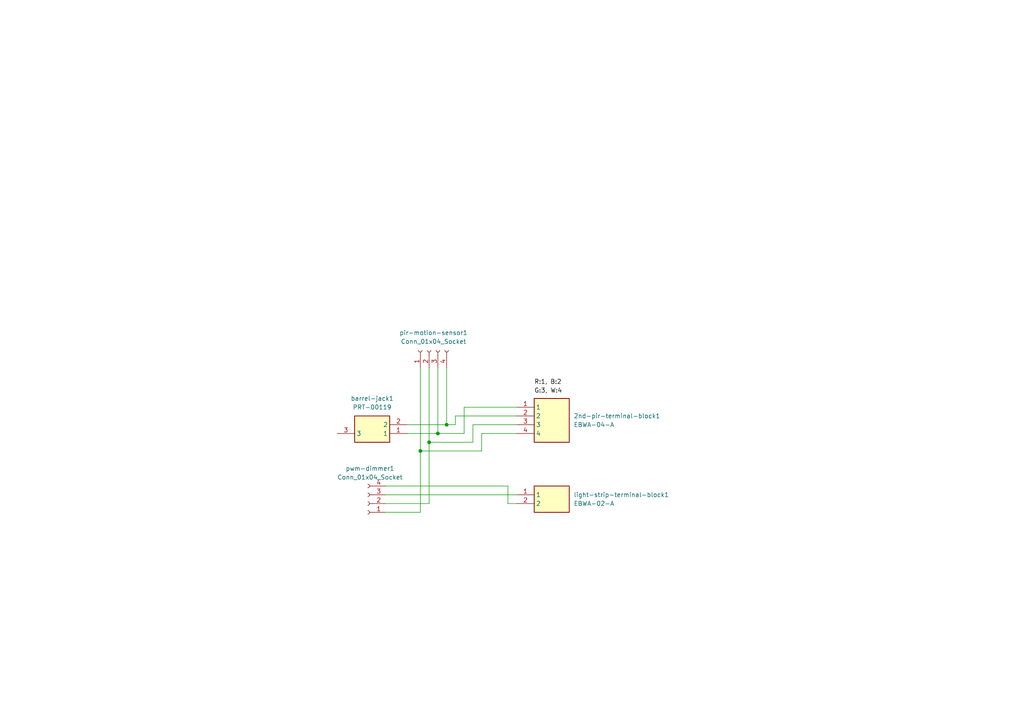
<source format=kicad_sch>
(kicad_sch (version 20231120) (generator "eeschema") (generator_version "8.0")
  (paper "A4")
  (lib_symbols
    (symbol "Connector:Conn_01x04_Socket" (pin_names (offset 1.016) hide)
      (property "Reference" "J" (at 0 5.08 0))
      (property "Value" "Conn_01x04_Socket" (at 0 -7.62 0))
      (symbol "Conn_01x04_Socket_1_1"
        (arc (start 0 -4.572) (mid -0.5058 -5.08) (end 0 -5.588) (stroke (width 0.1524)))
        (arc (start 0 -2.032) (mid -0.5058 -2.54) (end 0 -3.048) (stroke (width 0.1524)))
        (polyline (pts (xy -1.27 -5.08) (xy -0.508 -5.08)) (stroke (width 0.1524)))
        (polyline (pts (xy -1.27 -2.54) (xy -0.508 -2.54)) (stroke (width 0.1524)))
        (polyline (pts (xy -1.27 0) (xy -0.508 0)) (stroke (width 0.1524)))
        (polyline (pts (xy -1.27 2.54) (xy -0.508 2.54)) (stroke (width 0.1524)))
        (arc (start 0 0.508) (mid -0.5058 0) (end 0 -0.508) (stroke (width 0.1524)))
        (arc (start 0 3.048) (mid -0.5058 2.54) (end 0 2.032) (stroke (width 0.1524)))
        (pin passive line (at -5.08 2.54 0) (length 3.81) (name "Pin_1") (number "1"))
        (pin passive line (at -5.08 0 0) (length 3.81) (name "Pin_2") (number "2"))
        (pin passive line (at -5.08 -2.54 0) (length 3.81) (name "Pin_3") (number "3"))
        (pin passive line (at -5.08 -5.08 0) (length 3.81) (name "Pin_4") (number "4"))
      )
    )
    (symbol "EBWA-02-A:EBWA-02-A"
      (property "Reference" "J" (at 16.51 7.62 0))
      (property "Value" "EBWA-02-A" (at 16.51 5.08 0))
      (symbol "EBWA-02-A_1_1"
        (rectangle (start 5.08 2.54) (end 15.24 -5.08) (stroke (width 0.254)) (fill (type background)))
        (pin passive line (at 0 0 0) (length 5.08) (name "1") (number "1"))
        (pin passive line (at 0 -2.54 0) (length 5.08) (name "2") (number "2"))
      )
    )
    (symbol "EBWA-04-A:EBWA-04-A"
      (property "Reference" "J" (at 16.51 7.62 0))
      (property "Value" "EBWA-04-A" (at 16.51 5.08 0))
      (symbol "EBWA-04-A_1_1"
        (rectangle (start 5.08 2.54) (end 15.24 -10.16) (stroke (width 0.254)) (fill (type background)))
        (pin passive line (at 0 0 0) (length 5.08) (name "1") (number "1"))
        (pin passive line (at 0 -2.54 0) (length 5.08) (name "2") (number "2"))
        (pin passive line (at 0 -5.08 0) (length 5.08) (name "3") (number "3"))
        (pin passive line (at 0 -7.62 0) (length 5.08) (name "4") (number "4"))
      )
    )
    (symbol "PRT-00119:PRT-00119"
      (property "Reference" "J" (at 16.51 7.62 0))
      (property "Value" "PRT-00119" (at 16.51 5.08 0))
      (symbol "PRT-00119_1_1"
        (rectangle (start 5.08 2.54) (end 15.24 -5.08) (stroke (width 0.254)) (fill (type background)))
        (pin passive line (at 0 0 0) (length 5.08) (name "1") (number "1"))
        (pin passive line (at 0 -2.54 0) (length 5.08) (name "2") (number "2"))
        (pin passive line (at 20.32 0 180) (length 5.08) (name "3") (number "3"))
      )
    )
  )
  (junction (at 127 125.73))
  (junction (at 129.54 123.19))
  (junction (at 121.92 130.81))
  (junction (at 124.46 128.27))
  (wire (pts (xy 129.54 106.68) (xy 129.54 123.19)))
  (wire (pts (xy 132.08 120.65) (xy 132.08 123.19)))
  (wire (pts (xy 124.46 128.27) (xy 124.46 106.68)))
  (wire (pts (xy 139.7 125.73) (xy 139.7 130.81)))
  (wire (pts (xy 137.16 123.19) (xy 137.16 128.27)))
  (wire (pts (xy 124.46 146.05) (xy 124.46 128.27)))
  (wire (pts (xy 127 125.73) (xy 127 106.68)))
  (wire (pts (xy 139.7 130.81) (xy 121.92 130.81)))
  (wire (pts (xy 134.62 125.73) (xy 127 125.73)))
  (wire (pts (xy 149.86 118.11) (xy 134.62 118.11)))
  (wire (pts (xy 149.86 120.65) (xy 132.08 120.65)))
  (wire (pts (xy 111.76 146.05) (xy 124.46 146.05)))
  (wire (pts (xy 147.32 140.97) (xy 147.32 146.05)))
  (wire (pts (xy 147.32 146.05) (xy 149.86 146.05)))
  (wire (pts (xy 111.76 140.97) (xy 147.32 140.97)))
  (wire (pts (xy 149.86 123.19) (xy 137.16 123.19)))
  (wire (pts (xy 111.76 148.59) (xy 121.92 148.59)))
  (wire (pts (xy 134.62 118.11) (xy 134.62 125.73)))
  (wire (pts (xy 118.11 125.73) (xy 127 125.73)))
  (wire (pts (xy 132.08 123.19) (xy 129.54 123.19)))
  (wire (pts (xy 121.92 106.68) (xy 121.92 130.81)))
  (wire (pts (xy 111.76 143.51) (xy 149.86 143.51)))
  (wire (pts (xy 121.92 130.81) (xy 121.92 148.59)))
  (wire (pts (xy 149.86 125.73) (xy 139.7 125.73)))
  (wire (pts (xy 137.16 128.27) (xy 124.46 128.27)))
  (wire (pts (xy 118.11 123.19) (xy 129.54 123.19)))
  (label "R:1, B:2" (at 154.94 111.76 0))
  (label "G:3, W:4" (at 154.94 114.3 0))
  (symbol (lib_id "PRT-00119:PRT-00119") (at 118.11 125.73 180) (unit 1)
    (property "Reference" "barrel-jack1" (at 107.95 115.57 0))
    (property "Value" "PRT-00119" (at 107.95 118.11 0))
    (property "Footprint" "PRT00119" (effects (hide yes)))
    (property "Datasheet" "https://www.sparkfun.com/datasheets/Prototyping/Barrel-Connector-PJ-202A.pdf" (effects (hide yes)))
    (property "Description" "SparkFun Accessories DC Barrel Power Jack/Connector" (effects (hide yes)))
    (property "Height" "11" (effects (hide yes)))
    (property "Mouser Part Number" "474-PRT-00119" (effects (hide yes)))
    (property "Mouser Price/Stock" "https://www.mouser.co.uk/ProductDetail/SparkFun/PRT-00119?qs=WyAARYrbSnbnQpS9xf%252Bx5A%3D%3D" (effects (hide yes)))
    (property "Manufacturer_Name" "SparkFun" (effects (hide yes)))
    (property "Manufacturer_Part_Number" "PRT-00119" (effects (hide yes)))
  )
  (symbol (lib_id "Connector:Conn_01x04_Socket") (at 106.68 146.05 180) (unit 1)
    (property "Reference" "pwm-dimmer1" (at 107.315 135.89 0))
    (property "Value" "Conn_01x04_Socket" (at 107.315 138.43 0))
    (property "Footprint" "Connector:4_through_holes" (effects (hide yes)))
    (property "Description" "Generic connector, single row, 01x04, script generated" (effects (hide yes)))
  )
  (symbol (lib_id "EBWA-04-A:EBWA-04-A") (at 149.86 118.11 0) (unit 1)
    (property "Reference" "2nd-pir-terminal-block1" (at 166.37 120.6499 0) (effects (justify left)))
    (property "Value" "EBWA-04-A" (at 166.37 123.1899 0) (effects (justify left)))
    (property "Footprint" "EBWA04A" (effects (hide yes)))
    (property "Datasheet" "https://app.adam-tech.com/products/download/data_sheet/204239/ebwa-xx-a-data-sheet.pdf" (effects (hide yes)))
    (property "Description" "4 Position Wire to Board Terminal Block Horizontal with Board 0.138\" (3.50mm) Through Hole " (effects (hide yes)))
    (property "Height" "8.89" (effects (hide yes)))
    (property "Mouser Part Number" "737-EBWA-04-A" (effects (hide yes)))
    (property "Mouser Price/Stock" "https://www.mouser.co.uk/ProductDetail/Adam-Tech/EBWA-04-A?qs=HoCaDK9Nz5cB9c5N0S8WdA%3D%3D" (effects (hide yes)))
    (property "Manufacturer_Name" "Adam Tech" (effects (hide yes)))
    (property "Manufacturer_Part_Number" "EBWA-04-A" (effects (hide yes)))
  )
  (symbol (lib_id "Connector:Conn_01x04_Socket") (at 124.46 101.6 90) (unit 1)
    (property "Reference" "pir-motion-sensor1" (at 125.73 96.52 90))
    (property "Value" "Conn_01x04_Socket" (at 125.73 99.06 90))
    (property "Footprint" "Connector:4_through_holes" (effects (hide yes)))
    (property "Description" "Generic connector, single row, 01x04, script generated" (effects (hide yes)))
  )
  (symbol (lib_id "EBWA-02-A:EBWA-02-A") (at 149.86 143.51 0) (unit 1)
    (property "Reference" "light-strip-terminal-block1" (at 166.37 143.5099 0) (effects (justify left)))
    (property "Value" "EBWA-02-A" (at 166.37 146.0499 0) (effects (justify left)))
    (property "Footprint" "EBWA02A" (effects (hide yes)))
    (property "Datasheet" "https://www.adam-tech.com/#" (effects (hide yes)))
    (property "Description" "Euro Block 2P" (effects (hide yes)))
    (property "Height" "9.008" (effects (hide yes)))
    (property "Mouser Part Number" "737-EBWA-02-A" (effects (hide yes)))
    (property "Mouser Price/Stock" "https://www.mouser.co.uk/ProductDetail/Adam-Tech/EBWA-02-A?qs=HoCaDK9Nz5cgBIK%2FOdkl1w%3D%3D" (effects (hide yes)))
    (property "Manufacturer_Name" "Adam Tech" (effects (hide yes)))
    (property "Manufacturer_Part_Number" "EBWA-02-A" (effects (hide yes)))
  )
)
</source>
